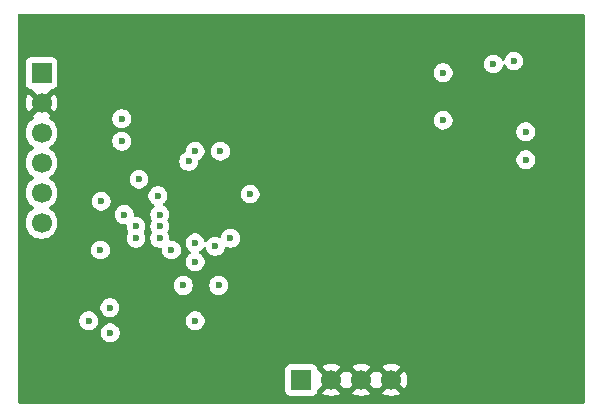
<source format=gbr>
%TF.GenerationSoftware,KiCad,Pcbnew,9.0.2*%
%TF.CreationDate,2025-07-03T13:44:50+05:30*%
%TF.ProjectId,Battery Charger and Protection,42617474-6572-4792-9043-686172676572,rev?*%
%TF.SameCoordinates,Original*%
%TF.FileFunction,Copper,L2,Inr*%
%TF.FilePolarity,Positive*%
%FSLAX46Y46*%
G04 Gerber Fmt 4.6, Leading zero omitted, Abs format (unit mm)*
G04 Created by KiCad (PCBNEW 9.0.2) date 2025-07-03 13:44:50*
%MOMM*%
%LPD*%
G01*
G04 APERTURE LIST*
%TA.AperFunction,ComponentPad*%
%ADD10R,1.700000X1.700000*%
%TD*%
%TA.AperFunction,ComponentPad*%
%ADD11C,1.700000*%
%TD*%
%TA.AperFunction,ViaPad*%
%ADD12C,0.600000*%
%TD*%
G04 APERTURE END LIST*
D10*
%TO.N,VCC*%
%TO.C,J2*%
X46000000Y-48000000D03*
D11*
%TO.N,GND*%
X46000000Y-50540000D03*
%TO.N,/SDA*%
X46000000Y-53080000D03*
%TO.N,/SCL*%
X46000000Y-55620000D03*
%TO.N,/INT*%
X46000000Y-58160000D03*
%TO.N,/CE*%
X46000000Y-60700000D03*
%TD*%
D10*
%TO.N,VCC*%
%TO.C,J6*%
X68000000Y-74000000D03*
D11*
%TO.N,GND*%
X70540000Y-74000000D03*
X73080000Y-74000000D03*
X75620000Y-74000000D03*
%TD*%
D12*
%TO.N,GND*%
X60210000Y-58110000D03*
X59410000Y-58910000D03*
X60270000Y-59720000D03*
X64000000Y-56000000D03*
X79000000Y-51000000D03*
X91000000Y-50000000D03*
X60980000Y-58110000D03*
X67729692Y-67609692D03*
X60990000Y-58920000D03*
X59460000Y-59710000D03*
X60220000Y-58920000D03*
X61040000Y-59720000D03*
X50000000Y-50000000D03*
X59400000Y-58100000D03*
X61000000Y-45000000D03*
X60000000Y-51000000D03*
%TO.N,VCC*%
X58465421Y-55487872D03*
X51790000Y-67880000D03*
X51810000Y-70020000D03*
X63655868Y-58261714D03*
%TO.N,/CE*%
X59000000Y-64000000D03*
X57000000Y-63000000D03*
X51046232Y-58857228D03*
%TO.N,/INT*%
X50000000Y-69000000D03*
%TO.N,/SDA*%
X56000000Y-62000000D03*
X53000000Y-60000000D03*
%TO.N,/SCL*%
X50992089Y-63000000D03*
X54000000Y-61000000D03*
X56000000Y-61000000D03*
%TO.N,/REGN*%
X58998442Y-54618753D03*
X61150016Y-54625784D03*
%TO.N,Net-(U2-COUT)*%
X80000000Y-48000000D03*
X80000000Y-52000000D03*
%TO.N,Net-(U2-V-)*%
X84254483Y-47254483D03*
X86000000Y-47000000D03*
%TO.N,Net-(Q1-Pad5)*%
X87000000Y-53000000D03*
X87010000Y-55370000D03*
%TO.N,Net-(D201-A)*%
X61000000Y-66000000D03*
X58000000Y-66000000D03*
%TO.N,Net-(D201-K)*%
X55857817Y-58410929D03*
X54000000Y-62000000D03*
%TO.N,Net-(U200-ILIM)*%
X54254683Y-56994525D03*
X60715634Y-62696097D03*
%TO.N,Net-(U200-TS)*%
X56000000Y-60000000D03*
X52785144Y-53785144D03*
X62000000Y-62000000D03*
X52785144Y-51893327D03*
%TO.N,Net-(U200-OTG)*%
X59000000Y-62400000D03*
X59000000Y-69000000D03*
%TD*%
%TA.AperFunction,Conductor*%
%TO.N,GND*%
G36*
X91943039Y-43019685D02*
G01*
X91988794Y-43072489D01*
X92000000Y-43124000D01*
X92000000Y-75876000D01*
X91980315Y-75943039D01*
X91927511Y-75988794D01*
X91876000Y-76000000D01*
X44124000Y-76000000D01*
X44056961Y-75980315D01*
X44011206Y-75927511D01*
X44000000Y-75876000D01*
X44000000Y-73102135D01*
X66649500Y-73102135D01*
X66649500Y-74897870D01*
X66649501Y-74897876D01*
X66655908Y-74957483D01*
X66706202Y-75092328D01*
X66706206Y-75092335D01*
X66792452Y-75207544D01*
X66792455Y-75207547D01*
X66907664Y-75293793D01*
X66907671Y-75293797D01*
X67042517Y-75344091D01*
X67042516Y-75344091D01*
X67049444Y-75344835D01*
X67102127Y-75350500D01*
X68897872Y-75350499D01*
X68957483Y-75344091D01*
X69092331Y-75293796D01*
X69207546Y-75207546D01*
X69293796Y-75092331D01*
X69344091Y-74957483D01*
X69350500Y-74897873D01*
X69350499Y-74873979D01*
X69353330Y-74860963D01*
X69363940Y-74841525D01*
X69370179Y-74820275D01*
X69386803Y-74799643D01*
X69386808Y-74799636D01*
X69386811Y-74799634D01*
X69386818Y-74799626D01*
X70057037Y-74129408D01*
X70074075Y-74192993D01*
X70139901Y-74307007D01*
X70232993Y-74400099D01*
X70347007Y-74465925D01*
X70410590Y-74482962D01*
X69778282Y-75115269D01*
X69778282Y-75115270D01*
X69832449Y-75154624D01*
X70021782Y-75251095D01*
X70223870Y-75316757D01*
X70433754Y-75350000D01*
X70646246Y-75350000D01*
X70856127Y-75316757D01*
X70856130Y-75316757D01*
X71058217Y-75251095D01*
X71247554Y-75154622D01*
X71301716Y-75115270D01*
X71301717Y-75115270D01*
X70669408Y-74482962D01*
X70732993Y-74465925D01*
X70847007Y-74400099D01*
X70940099Y-74307007D01*
X71005925Y-74192993D01*
X71022962Y-74129409D01*
X71655270Y-74761717D01*
X71655270Y-74761716D01*
X71694622Y-74707554D01*
X71699514Y-74697954D01*
X71747488Y-74647157D01*
X71815308Y-74630361D01*
X71881444Y-74652897D01*
X71920486Y-74697954D01*
X71925375Y-74707550D01*
X71964728Y-74761716D01*
X72597037Y-74129408D01*
X72614075Y-74192993D01*
X72679901Y-74307007D01*
X72772993Y-74400099D01*
X72887007Y-74465925D01*
X72950590Y-74482962D01*
X72318282Y-75115269D01*
X72318282Y-75115270D01*
X72372449Y-75154624D01*
X72561782Y-75251095D01*
X72763870Y-75316757D01*
X72973754Y-75350000D01*
X73186246Y-75350000D01*
X73396127Y-75316757D01*
X73396130Y-75316757D01*
X73598217Y-75251095D01*
X73787554Y-75154622D01*
X73841716Y-75115270D01*
X73841717Y-75115270D01*
X73209408Y-74482962D01*
X73272993Y-74465925D01*
X73387007Y-74400099D01*
X73480099Y-74307007D01*
X73545925Y-74192993D01*
X73562962Y-74129408D01*
X74195270Y-74761717D01*
X74195270Y-74761716D01*
X74234622Y-74707554D01*
X74239514Y-74697954D01*
X74287488Y-74647157D01*
X74355308Y-74630361D01*
X74421444Y-74652897D01*
X74460486Y-74697954D01*
X74465375Y-74707550D01*
X74504728Y-74761716D01*
X75137037Y-74129408D01*
X75154075Y-74192993D01*
X75219901Y-74307007D01*
X75312993Y-74400099D01*
X75427007Y-74465925D01*
X75490590Y-74482962D01*
X74858282Y-75115269D01*
X74858282Y-75115270D01*
X74912449Y-75154624D01*
X75101782Y-75251095D01*
X75303870Y-75316757D01*
X75513754Y-75350000D01*
X75726246Y-75350000D01*
X75936127Y-75316757D01*
X75936130Y-75316757D01*
X76138217Y-75251095D01*
X76327554Y-75154622D01*
X76381716Y-75115270D01*
X76381717Y-75115270D01*
X75749408Y-74482962D01*
X75812993Y-74465925D01*
X75927007Y-74400099D01*
X76020099Y-74307007D01*
X76085925Y-74192993D01*
X76102962Y-74129408D01*
X76735270Y-74761717D01*
X76735270Y-74761716D01*
X76774622Y-74707554D01*
X76871095Y-74518217D01*
X76936757Y-74316130D01*
X76936757Y-74316127D01*
X76970000Y-74106246D01*
X76970000Y-73893753D01*
X76936757Y-73683872D01*
X76936757Y-73683869D01*
X76871095Y-73481782D01*
X76774624Y-73292449D01*
X76735270Y-73238282D01*
X76735269Y-73238282D01*
X76102962Y-73870590D01*
X76085925Y-73807007D01*
X76020099Y-73692993D01*
X75927007Y-73599901D01*
X75812993Y-73534075D01*
X75749409Y-73517037D01*
X76381716Y-72884728D01*
X76327550Y-72845375D01*
X76138217Y-72748904D01*
X75936129Y-72683242D01*
X75726246Y-72650000D01*
X75513754Y-72650000D01*
X75303872Y-72683242D01*
X75303869Y-72683242D01*
X75101782Y-72748904D01*
X74912439Y-72845380D01*
X74858282Y-72884727D01*
X74858282Y-72884728D01*
X75490591Y-73517037D01*
X75427007Y-73534075D01*
X75312993Y-73599901D01*
X75219901Y-73692993D01*
X75154075Y-73807007D01*
X75137037Y-73870591D01*
X74504728Y-73238282D01*
X74504727Y-73238282D01*
X74465380Y-73292440D01*
X74460483Y-73302051D01*
X74412506Y-73352845D01*
X74344684Y-73369638D01*
X74278550Y-73347098D01*
X74239516Y-73302048D01*
X74234626Y-73292452D01*
X74195270Y-73238282D01*
X74195269Y-73238282D01*
X73562962Y-73870590D01*
X73545925Y-73807007D01*
X73480099Y-73692993D01*
X73387007Y-73599901D01*
X73272993Y-73534075D01*
X73209409Y-73517037D01*
X73841716Y-72884728D01*
X73787550Y-72845375D01*
X73598217Y-72748904D01*
X73396129Y-72683242D01*
X73186246Y-72650000D01*
X72973754Y-72650000D01*
X72763872Y-72683242D01*
X72763869Y-72683242D01*
X72561782Y-72748904D01*
X72372439Y-72845380D01*
X72318282Y-72884727D01*
X72318282Y-72884728D01*
X72950591Y-73517037D01*
X72887007Y-73534075D01*
X72772993Y-73599901D01*
X72679901Y-73692993D01*
X72614075Y-73807007D01*
X72597037Y-73870591D01*
X71964728Y-73238282D01*
X71964727Y-73238282D01*
X71925380Y-73292440D01*
X71920483Y-73302051D01*
X71872506Y-73352845D01*
X71804684Y-73369638D01*
X71738550Y-73347098D01*
X71699516Y-73302048D01*
X71694626Y-73292452D01*
X71655270Y-73238282D01*
X71655269Y-73238282D01*
X71022962Y-73870590D01*
X71005925Y-73807007D01*
X70940099Y-73692993D01*
X70847007Y-73599901D01*
X70732993Y-73534075D01*
X70669409Y-73517037D01*
X71301716Y-72884728D01*
X71247550Y-72845375D01*
X71058217Y-72748904D01*
X70856129Y-72683242D01*
X70646246Y-72650000D01*
X70433754Y-72650000D01*
X70223872Y-72683242D01*
X70223869Y-72683242D01*
X70021782Y-72748904D01*
X69832439Y-72845380D01*
X69778282Y-72884727D01*
X69778282Y-72884728D01*
X70410591Y-73517037D01*
X70347007Y-73534075D01*
X70232993Y-73599901D01*
X70139901Y-73692993D01*
X70074075Y-73807007D01*
X70057037Y-73870591D01*
X69386818Y-73200372D01*
X69353333Y-73139049D01*
X69353330Y-73139036D01*
X69350499Y-73126015D01*
X69350499Y-73102128D01*
X69344091Y-73042517D01*
X69315926Y-72967002D01*
X69293798Y-72907673D01*
X69293793Y-72907664D01*
X69207547Y-72792455D01*
X69207544Y-72792452D01*
X69092335Y-72706206D01*
X69092328Y-72706202D01*
X68957482Y-72655908D01*
X68957483Y-72655908D01*
X68897883Y-72649501D01*
X68897881Y-72649500D01*
X68897873Y-72649500D01*
X68897864Y-72649500D01*
X67102129Y-72649500D01*
X67102123Y-72649501D01*
X67042516Y-72655908D01*
X66907671Y-72706202D01*
X66907664Y-72706206D01*
X66792455Y-72792452D01*
X66792452Y-72792455D01*
X66706206Y-72907664D01*
X66706202Y-72907671D01*
X66655908Y-73042517D01*
X66649501Y-73102116D01*
X66649500Y-73102135D01*
X44000000Y-73102135D01*
X44000000Y-69941153D01*
X51009500Y-69941153D01*
X51009500Y-70098846D01*
X51040261Y-70253489D01*
X51040264Y-70253501D01*
X51100602Y-70399172D01*
X51100609Y-70399185D01*
X51188210Y-70530288D01*
X51188213Y-70530292D01*
X51299707Y-70641786D01*
X51299711Y-70641789D01*
X51430814Y-70729390D01*
X51430827Y-70729397D01*
X51576498Y-70789735D01*
X51576503Y-70789737D01*
X51731153Y-70820499D01*
X51731156Y-70820500D01*
X51731158Y-70820500D01*
X51888844Y-70820500D01*
X51888845Y-70820499D01*
X52043497Y-70789737D01*
X52189179Y-70729394D01*
X52320289Y-70641789D01*
X52431789Y-70530289D01*
X52519394Y-70399179D01*
X52579737Y-70253497D01*
X52610500Y-70098842D01*
X52610500Y-69941158D01*
X52610500Y-69941155D01*
X52610499Y-69941153D01*
X52579738Y-69786510D01*
X52579737Y-69786503D01*
X52547796Y-69709390D01*
X52519397Y-69640827D01*
X52519390Y-69640814D01*
X52431789Y-69509711D01*
X52431786Y-69509707D01*
X52320292Y-69398213D01*
X52320288Y-69398210D01*
X52189185Y-69310609D01*
X52189172Y-69310602D01*
X52043501Y-69250264D01*
X52043489Y-69250261D01*
X51888845Y-69219500D01*
X51888842Y-69219500D01*
X51731158Y-69219500D01*
X51731155Y-69219500D01*
X51576510Y-69250261D01*
X51576498Y-69250264D01*
X51430827Y-69310602D01*
X51430814Y-69310609D01*
X51299711Y-69398210D01*
X51299707Y-69398213D01*
X51188213Y-69509707D01*
X51188210Y-69509711D01*
X51100609Y-69640814D01*
X51100602Y-69640827D01*
X51040264Y-69786498D01*
X51040261Y-69786510D01*
X51009500Y-69941153D01*
X44000000Y-69941153D01*
X44000000Y-68921153D01*
X49199500Y-68921153D01*
X49199500Y-69078846D01*
X49230261Y-69233489D01*
X49230264Y-69233501D01*
X49290602Y-69379172D01*
X49290609Y-69379185D01*
X49378210Y-69510288D01*
X49378213Y-69510292D01*
X49489707Y-69621786D01*
X49489711Y-69621789D01*
X49620814Y-69709390D01*
X49620827Y-69709397D01*
X49766498Y-69769735D01*
X49766503Y-69769737D01*
X49921153Y-69800499D01*
X49921156Y-69800500D01*
X49921158Y-69800500D01*
X50078844Y-69800500D01*
X50078845Y-69800499D01*
X50233497Y-69769737D01*
X50379179Y-69709394D01*
X50510289Y-69621789D01*
X50621789Y-69510289D01*
X50709394Y-69379179D01*
X50769737Y-69233497D01*
X50800500Y-69078842D01*
X50800500Y-68921158D01*
X50800500Y-68921155D01*
X50800499Y-68921153D01*
X58199500Y-68921153D01*
X58199500Y-69078846D01*
X58230261Y-69233489D01*
X58230264Y-69233501D01*
X58290602Y-69379172D01*
X58290609Y-69379185D01*
X58378210Y-69510288D01*
X58378213Y-69510292D01*
X58489707Y-69621786D01*
X58489711Y-69621789D01*
X58620814Y-69709390D01*
X58620827Y-69709397D01*
X58766498Y-69769735D01*
X58766503Y-69769737D01*
X58921153Y-69800499D01*
X58921156Y-69800500D01*
X58921158Y-69800500D01*
X59078844Y-69800500D01*
X59078845Y-69800499D01*
X59233497Y-69769737D01*
X59379179Y-69709394D01*
X59510289Y-69621789D01*
X59621789Y-69510289D01*
X59709394Y-69379179D01*
X59769737Y-69233497D01*
X59800500Y-69078842D01*
X59800500Y-68921158D01*
X59800500Y-68921155D01*
X59800499Y-68921153D01*
X59769738Y-68766510D01*
X59769737Y-68766503D01*
X59734114Y-68680500D01*
X59709397Y-68620827D01*
X59709390Y-68620814D01*
X59621789Y-68489711D01*
X59621786Y-68489707D01*
X59510292Y-68378213D01*
X59510288Y-68378210D01*
X59379185Y-68290609D01*
X59379172Y-68290602D01*
X59233501Y-68230264D01*
X59233489Y-68230261D01*
X59078845Y-68199500D01*
X59078842Y-68199500D01*
X58921158Y-68199500D01*
X58921155Y-68199500D01*
X58766510Y-68230261D01*
X58766498Y-68230264D01*
X58620827Y-68290602D01*
X58620814Y-68290609D01*
X58489711Y-68378210D01*
X58489707Y-68378213D01*
X58378213Y-68489707D01*
X58378210Y-68489711D01*
X58290609Y-68620814D01*
X58290602Y-68620827D01*
X58230264Y-68766498D01*
X58230261Y-68766510D01*
X58199500Y-68921153D01*
X50800499Y-68921153D01*
X50769738Y-68766510D01*
X50769737Y-68766503D01*
X50734114Y-68680500D01*
X50709397Y-68620827D01*
X50709390Y-68620814D01*
X50621789Y-68489711D01*
X50621786Y-68489707D01*
X50510292Y-68378213D01*
X50510288Y-68378210D01*
X50379185Y-68290609D01*
X50379172Y-68290602D01*
X50233501Y-68230264D01*
X50233489Y-68230261D01*
X50078845Y-68199500D01*
X50078842Y-68199500D01*
X49921158Y-68199500D01*
X49921155Y-68199500D01*
X49766510Y-68230261D01*
X49766498Y-68230264D01*
X49620827Y-68290602D01*
X49620814Y-68290609D01*
X49489711Y-68378210D01*
X49489707Y-68378213D01*
X49378213Y-68489707D01*
X49378210Y-68489711D01*
X49290609Y-68620814D01*
X49290602Y-68620827D01*
X49230264Y-68766498D01*
X49230261Y-68766510D01*
X49199500Y-68921153D01*
X44000000Y-68921153D01*
X44000000Y-67801153D01*
X50989500Y-67801153D01*
X50989500Y-67958846D01*
X51020261Y-68113489D01*
X51020264Y-68113501D01*
X51080602Y-68259172D01*
X51080609Y-68259185D01*
X51168210Y-68390288D01*
X51168213Y-68390292D01*
X51279707Y-68501786D01*
X51279711Y-68501789D01*
X51410814Y-68589390D01*
X51410827Y-68589397D01*
X51556498Y-68649735D01*
X51556503Y-68649737D01*
X51711153Y-68680499D01*
X51711156Y-68680500D01*
X51711158Y-68680500D01*
X51868844Y-68680500D01*
X51868845Y-68680499D01*
X52023497Y-68649737D01*
X52169179Y-68589394D01*
X52300289Y-68501789D01*
X52411789Y-68390289D01*
X52499394Y-68259179D01*
X52559737Y-68113497D01*
X52590500Y-67958842D01*
X52590500Y-67801158D01*
X52590500Y-67801155D01*
X52590499Y-67801153D01*
X52559738Y-67646510D01*
X52559737Y-67646503D01*
X52559735Y-67646498D01*
X52499397Y-67500827D01*
X52499390Y-67500814D01*
X52411789Y-67369711D01*
X52411786Y-67369707D01*
X52300292Y-67258213D01*
X52300288Y-67258210D01*
X52169185Y-67170609D01*
X52169172Y-67170602D01*
X52023501Y-67110264D01*
X52023489Y-67110261D01*
X51868845Y-67079500D01*
X51868842Y-67079500D01*
X51711158Y-67079500D01*
X51711155Y-67079500D01*
X51556510Y-67110261D01*
X51556498Y-67110264D01*
X51410827Y-67170602D01*
X51410814Y-67170609D01*
X51279711Y-67258210D01*
X51279707Y-67258213D01*
X51168213Y-67369707D01*
X51168210Y-67369711D01*
X51080609Y-67500814D01*
X51080602Y-67500827D01*
X51020264Y-67646498D01*
X51020261Y-67646510D01*
X50989500Y-67801153D01*
X44000000Y-67801153D01*
X44000000Y-65921153D01*
X57199500Y-65921153D01*
X57199500Y-66078846D01*
X57230261Y-66233489D01*
X57230264Y-66233501D01*
X57290602Y-66379172D01*
X57290609Y-66379185D01*
X57378210Y-66510288D01*
X57378213Y-66510292D01*
X57489707Y-66621786D01*
X57489711Y-66621789D01*
X57620814Y-66709390D01*
X57620827Y-66709397D01*
X57766498Y-66769735D01*
X57766503Y-66769737D01*
X57921153Y-66800499D01*
X57921156Y-66800500D01*
X57921158Y-66800500D01*
X58078844Y-66800500D01*
X58078845Y-66800499D01*
X58233497Y-66769737D01*
X58379179Y-66709394D01*
X58510289Y-66621789D01*
X58621789Y-66510289D01*
X58709394Y-66379179D01*
X58769737Y-66233497D01*
X58800500Y-66078842D01*
X58800500Y-65921158D01*
X58800500Y-65921155D01*
X58800499Y-65921153D01*
X60199500Y-65921153D01*
X60199500Y-66078846D01*
X60230261Y-66233489D01*
X60230264Y-66233501D01*
X60290602Y-66379172D01*
X60290609Y-66379185D01*
X60378210Y-66510288D01*
X60378213Y-66510292D01*
X60489707Y-66621786D01*
X60489711Y-66621789D01*
X60620814Y-66709390D01*
X60620827Y-66709397D01*
X60766498Y-66769735D01*
X60766503Y-66769737D01*
X60921153Y-66800499D01*
X60921156Y-66800500D01*
X60921158Y-66800500D01*
X61078844Y-66800500D01*
X61078845Y-66800499D01*
X61233497Y-66769737D01*
X61379179Y-66709394D01*
X61510289Y-66621789D01*
X61621789Y-66510289D01*
X61709394Y-66379179D01*
X61769737Y-66233497D01*
X61800500Y-66078842D01*
X61800500Y-65921158D01*
X61800500Y-65921155D01*
X61800499Y-65921153D01*
X61769738Y-65766510D01*
X61769737Y-65766503D01*
X61769735Y-65766498D01*
X61709397Y-65620827D01*
X61709390Y-65620814D01*
X61621789Y-65489711D01*
X61621786Y-65489707D01*
X61510292Y-65378213D01*
X61510288Y-65378210D01*
X61379185Y-65290609D01*
X61379172Y-65290602D01*
X61233501Y-65230264D01*
X61233489Y-65230261D01*
X61078845Y-65199500D01*
X61078842Y-65199500D01*
X60921158Y-65199500D01*
X60921155Y-65199500D01*
X60766510Y-65230261D01*
X60766498Y-65230264D01*
X60620827Y-65290602D01*
X60620814Y-65290609D01*
X60489711Y-65378210D01*
X60489707Y-65378213D01*
X60378213Y-65489707D01*
X60378210Y-65489711D01*
X60290609Y-65620814D01*
X60290602Y-65620827D01*
X60230264Y-65766498D01*
X60230261Y-65766510D01*
X60199500Y-65921153D01*
X58800499Y-65921153D01*
X58769738Y-65766510D01*
X58769737Y-65766503D01*
X58769735Y-65766498D01*
X58709397Y-65620827D01*
X58709390Y-65620814D01*
X58621789Y-65489711D01*
X58621786Y-65489707D01*
X58510292Y-65378213D01*
X58510288Y-65378210D01*
X58379185Y-65290609D01*
X58379172Y-65290602D01*
X58233501Y-65230264D01*
X58233489Y-65230261D01*
X58078845Y-65199500D01*
X58078842Y-65199500D01*
X57921158Y-65199500D01*
X57921155Y-65199500D01*
X57766510Y-65230261D01*
X57766498Y-65230264D01*
X57620827Y-65290602D01*
X57620814Y-65290609D01*
X57489711Y-65378210D01*
X57489707Y-65378213D01*
X57378213Y-65489707D01*
X57378210Y-65489711D01*
X57290609Y-65620814D01*
X57290602Y-65620827D01*
X57230264Y-65766498D01*
X57230261Y-65766510D01*
X57199500Y-65921153D01*
X44000000Y-65921153D01*
X44000000Y-62921153D01*
X50191589Y-62921153D01*
X50191589Y-63078846D01*
X50222350Y-63233489D01*
X50222353Y-63233501D01*
X50282691Y-63379172D01*
X50282698Y-63379185D01*
X50370299Y-63510288D01*
X50370302Y-63510292D01*
X50481796Y-63621786D01*
X50481800Y-63621789D01*
X50612903Y-63709390D01*
X50612916Y-63709397D01*
X50750772Y-63766498D01*
X50758592Y-63769737D01*
X50913242Y-63800499D01*
X50913245Y-63800500D01*
X50913247Y-63800500D01*
X51070933Y-63800500D01*
X51070934Y-63800499D01*
X51225586Y-63769737D01*
X51371268Y-63709394D01*
X51502378Y-63621789D01*
X51613878Y-63510289D01*
X51701483Y-63379179D01*
X51761826Y-63233497D01*
X51792589Y-63078842D01*
X51792589Y-62921158D01*
X51792589Y-62921155D01*
X51792588Y-62921153D01*
X51790427Y-62910288D01*
X51761826Y-62766503D01*
X51746609Y-62729766D01*
X51701486Y-62620827D01*
X51701479Y-62620814D01*
X51613878Y-62489711D01*
X51613875Y-62489707D01*
X51502381Y-62378213D01*
X51502377Y-62378210D01*
X51371274Y-62290609D01*
X51371261Y-62290602D01*
X51225590Y-62230264D01*
X51225578Y-62230261D01*
X51070934Y-62199500D01*
X51070931Y-62199500D01*
X50913247Y-62199500D01*
X50913244Y-62199500D01*
X50758599Y-62230261D01*
X50758587Y-62230264D01*
X50612916Y-62290602D01*
X50612903Y-62290609D01*
X50481800Y-62378210D01*
X50481796Y-62378213D01*
X50370302Y-62489707D01*
X50370299Y-62489711D01*
X50282698Y-62620814D01*
X50282691Y-62620827D01*
X50222353Y-62766498D01*
X50222350Y-62766510D01*
X50191589Y-62921153D01*
X44000000Y-62921153D01*
X44000000Y-47102135D01*
X44649500Y-47102135D01*
X44649500Y-48897870D01*
X44649501Y-48897876D01*
X44655908Y-48957483D01*
X44706202Y-49092328D01*
X44706206Y-49092335D01*
X44792452Y-49207544D01*
X44792455Y-49207547D01*
X44907664Y-49293793D01*
X44907671Y-49293797D01*
X44952618Y-49310561D01*
X45042517Y-49344091D01*
X45102127Y-49350500D01*
X45112685Y-49350499D01*
X45179723Y-49370179D01*
X45200372Y-49386818D01*
X45870591Y-50057037D01*
X45807007Y-50074075D01*
X45692993Y-50139901D01*
X45599901Y-50232993D01*
X45534075Y-50347007D01*
X45517037Y-50410591D01*
X44884728Y-49778282D01*
X44884727Y-49778282D01*
X44845380Y-49832439D01*
X44748904Y-50021782D01*
X44683242Y-50223869D01*
X44683242Y-50223872D01*
X44650000Y-50433753D01*
X44650000Y-50646246D01*
X44683242Y-50856127D01*
X44683242Y-50856130D01*
X44748904Y-51058217D01*
X44845375Y-51247550D01*
X44884728Y-51301716D01*
X45517037Y-50669408D01*
X45534075Y-50732993D01*
X45599901Y-50847007D01*
X45692993Y-50940099D01*
X45807007Y-51005925D01*
X45870590Y-51022962D01*
X45238282Y-51655269D01*
X45238282Y-51655270D01*
X45292452Y-51694626D01*
X45292451Y-51694626D01*
X45301495Y-51699234D01*
X45352292Y-51747208D01*
X45369087Y-51815029D01*
X45346550Y-51881164D01*
X45301499Y-51920202D01*
X45292182Y-51924949D01*
X45120213Y-52049890D01*
X44969890Y-52200213D01*
X44844951Y-52372179D01*
X44748444Y-52561585D01*
X44682753Y-52763760D01*
X44676934Y-52800500D01*
X44649500Y-52973713D01*
X44649500Y-53186287D01*
X44682754Y-53396243D01*
X44733250Y-53551654D01*
X44748444Y-53598414D01*
X44844951Y-53787820D01*
X44969890Y-53959786D01*
X45120213Y-54110109D01*
X45292182Y-54235050D01*
X45300946Y-54239516D01*
X45351742Y-54287491D01*
X45368536Y-54355312D01*
X45345998Y-54421447D01*
X45300946Y-54460484D01*
X45292182Y-54464949D01*
X45120213Y-54589890D01*
X44969890Y-54740213D01*
X44844951Y-54912179D01*
X44748444Y-55101585D01*
X44748443Y-55101587D01*
X44748443Y-55101588D01*
X44739523Y-55129041D01*
X44682753Y-55303760D01*
X44649500Y-55513713D01*
X44649500Y-55726286D01*
X44673891Y-55880289D01*
X44682754Y-55936243D01*
X44739101Y-56109661D01*
X44748444Y-56138414D01*
X44844951Y-56327820D01*
X44969890Y-56499786D01*
X45120213Y-56650109D01*
X45292182Y-56775050D01*
X45300946Y-56779516D01*
X45351742Y-56827491D01*
X45368536Y-56895312D01*
X45345998Y-56961447D01*
X45300946Y-57000484D01*
X45292182Y-57004949D01*
X45120213Y-57129890D01*
X44969890Y-57280213D01*
X44844951Y-57452179D01*
X44748444Y-57641585D01*
X44682753Y-57843760D01*
X44653539Y-58028212D01*
X44649500Y-58053713D01*
X44649500Y-58266287D01*
X44682754Y-58476243D01*
X44737400Y-58644426D01*
X44748444Y-58678414D01*
X44844951Y-58867820D01*
X44969890Y-59039786D01*
X45120213Y-59190109D01*
X45292182Y-59315050D01*
X45300946Y-59319516D01*
X45351742Y-59367491D01*
X45368536Y-59435312D01*
X45345998Y-59501447D01*
X45300946Y-59540484D01*
X45292182Y-59544949D01*
X45120213Y-59669890D01*
X44969890Y-59820213D01*
X44844951Y-59992179D01*
X44748444Y-60181585D01*
X44682753Y-60383760D01*
X44654021Y-60565167D01*
X44649500Y-60593713D01*
X44649500Y-60806287D01*
X44682754Y-61016243D01*
X44703094Y-61078844D01*
X44748444Y-61218414D01*
X44844951Y-61407820D01*
X44969890Y-61579786D01*
X45120213Y-61730109D01*
X45292179Y-61855048D01*
X45292181Y-61855049D01*
X45292184Y-61855051D01*
X45481588Y-61951557D01*
X45683757Y-62017246D01*
X45893713Y-62050500D01*
X45893714Y-62050500D01*
X46106286Y-62050500D01*
X46106287Y-62050500D01*
X46316243Y-62017246D01*
X46518412Y-61951557D01*
X46707816Y-61855051D01*
X46729789Y-61839086D01*
X46879786Y-61730109D01*
X46879788Y-61730106D01*
X46879792Y-61730104D01*
X47030104Y-61579792D01*
X47030106Y-61579788D01*
X47030109Y-61579786D01*
X47155048Y-61407820D01*
X47155047Y-61407820D01*
X47155051Y-61407816D01*
X47251557Y-61218412D01*
X47317246Y-61016243D01*
X47350500Y-60806287D01*
X47350500Y-60593713D01*
X47317246Y-60383757D01*
X47251557Y-60181588D01*
X47155051Y-59992184D01*
X47155047Y-59992179D01*
X47151977Y-59987953D01*
X47103444Y-59921153D01*
X52199500Y-59921153D01*
X52199500Y-60078846D01*
X52230261Y-60233489D01*
X52230264Y-60233501D01*
X52290602Y-60379172D01*
X52290609Y-60379185D01*
X52378210Y-60510288D01*
X52378213Y-60510292D01*
X52489707Y-60621786D01*
X52489711Y-60621789D01*
X52620814Y-60709390D01*
X52620827Y-60709397D01*
X52758683Y-60766498D01*
X52766503Y-60769737D01*
X52921153Y-60800499D01*
X52921156Y-60800500D01*
X53075500Y-60800500D01*
X53142539Y-60820185D01*
X53188294Y-60872989D01*
X53199500Y-60924500D01*
X53199500Y-61078846D01*
X53230261Y-61233489D01*
X53230264Y-61233501D01*
X53290602Y-61379172D01*
X53290609Y-61379185D01*
X53325304Y-61431109D01*
X53346182Y-61497786D01*
X53327698Y-61565167D01*
X53325304Y-61568891D01*
X53290609Y-61620814D01*
X53290602Y-61620827D01*
X53230264Y-61766498D01*
X53230261Y-61766510D01*
X53199500Y-61921153D01*
X53199500Y-62078846D01*
X53230261Y-62233489D01*
X53230264Y-62233501D01*
X53290602Y-62379172D01*
X53290609Y-62379185D01*
X53378210Y-62510288D01*
X53378213Y-62510292D01*
X53489707Y-62621786D01*
X53489711Y-62621789D01*
X53620814Y-62709390D01*
X53620827Y-62709397D01*
X53758647Y-62766483D01*
X53766503Y-62769737D01*
X53921153Y-62800499D01*
X53921156Y-62800500D01*
X53921158Y-62800500D01*
X54078844Y-62800500D01*
X54078845Y-62800499D01*
X54233497Y-62769737D01*
X54379179Y-62709394D01*
X54510289Y-62621789D01*
X54621789Y-62510289D01*
X54709394Y-62379179D01*
X54769737Y-62233497D01*
X54800500Y-62078842D01*
X54800500Y-61921158D01*
X54800500Y-61921155D01*
X54800499Y-61921153D01*
X54769737Y-61766503D01*
X54738298Y-61690602D01*
X54709396Y-61620825D01*
X54709394Y-61620822D01*
X54709394Y-61620821D01*
X54674694Y-61568889D01*
X54653816Y-61502215D01*
X54672300Y-61434835D01*
X54674676Y-61431136D01*
X54709394Y-61379179D01*
X54769737Y-61233497D01*
X54800500Y-61078842D01*
X54800500Y-60921158D01*
X54800500Y-60921155D01*
X54800499Y-60921153D01*
X54769737Y-60766503D01*
X54709794Y-60621786D01*
X54709397Y-60620827D01*
X54709390Y-60620814D01*
X54621789Y-60489711D01*
X54621786Y-60489707D01*
X54510292Y-60378213D01*
X54510288Y-60378210D01*
X54379185Y-60290609D01*
X54379172Y-60290602D01*
X54233501Y-60230264D01*
X54233489Y-60230261D01*
X54078845Y-60199500D01*
X54078842Y-60199500D01*
X53924500Y-60199500D01*
X53857461Y-60179815D01*
X53811706Y-60127011D01*
X53800500Y-60075500D01*
X53800500Y-59921155D01*
X53800499Y-59921153D01*
X53769737Y-59766503D01*
X53769735Y-59766498D01*
X53709397Y-59620827D01*
X53709390Y-59620814D01*
X53621789Y-59489711D01*
X53621786Y-59489707D01*
X53510292Y-59378213D01*
X53510288Y-59378210D01*
X53379185Y-59290609D01*
X53379172Y-59290602D01*
X53233501Y-59230264D01*
X53233489Y-59230261D01*
X53078845Y-59199500D01*
X53078842Y-59199500D01*
X52921158Y-59199500D01*
X52921155Y-59199500D01*
X52766510Y-59230261D01*
X52766498Y-59230264D01*
X52620827Y-59290602D01*
X52620814Y-59290609D01*
X52489711Y-59378210D01*
X52489707Y-59378213D01*
X52378213Y-59489707D01*
X52378210Y-59489711D01*
X52290609Y-59620814D01*
X52290602Y-59620827D01*
X52230264Y-59766498D01*
X52230261Y-59766510D01*
X52199500Y-59921153D01*
X47103444Y-59921153D01*
X47030104Y-59820208D01*
X46879792Y-59669896D01*
X46879786Y-59669890D01*
X46707820Y-59544951D01*
X46707115Y-59544591D01*
X46699054Y-59540485D01*
X46648259Y-59492512D01*
X46631463Y-59424692D01*
X46653999Y-59358556D01*
X46699054Y-59319515D01*
X46707816Y-59315051D01*
X46759000Y-59277864D01*
X46879786Y-59190109D01*
X46879788Y-59190106D01*
X46879792Y-59190104D01*
X47030104Y-59039792D01*
X47030106Y-59039788D01*
X47030109Y-59039786D01*
X47116253Y-58921217D01*
X47155051Y-58867816D01*
X47200620Y-58778381D01*
X50245732Y-58778381D01*
X50245732Y-58936074D01*
X50276493Y-59090717D01*
X50276496Y-59090729D01*
X50336834Y-59236400D01*
X50336841Y-59236413D01*
X50424442Y-59367516D01*
X50424445Y-59367520D01*
X50535939Y-59479014D01*
X50535943Y-59479017D01*
X50667046Y-59566618D01*
X50667059Y-59566625D01*
X50797885Y-59620814D01*
X50812735Y-59626965D01*
X50967385Y-59657727D01*
X50967388Y-59657728D01*
X50967390Y-59657728D01*
X51125076Y-59657728D01*
X51125077Y-59657727D01*
X51279729Y-59626965D01*
X51425411Y-59566622D01*
X51556521Y-59479017D01*
X51668021Y-59367517D01*
X51755626Y-59236407D01*
X51756614Y-59234023D01*
X51774805Y-59190104D01*
X51815969Y-59090725D01*
X51846732Y-58936070D01*
X51846732Y-58778386D01*
X51846732Y-58778383D01*
X51846731Y-58778381D01*
X51820086Y-58644430D01*
X51815969Y-58623731D01*
X51815967Y-58623726D01*
X51755629Y-58478055D01*
X51755622Y-58478042D01*
X51700059Y-58394886D01*
X51668021Y-58346939D01*
X51668018Y-58346935D01*
X51653165Y-58332082D01*
X55057317Y-58332082D01*
X55057317Y-58489775D01*
X55088078Y-58644418D01*
X55088081Y-58644430D01*
X55148419Y-58790101D01*
X55148426Y-58790114D01*
X55236027Y-58921217D01*
X55236030Y-58921221D01*
X55347524Y-59032715D01*
X55347528Y-59032718D01*
X55478631Y-59120319D01*
X55478635Y-59120321D01*
X55478638Y-59120323D01*
X55509400Y-59133065D01*
X55563803Y-59176903D01*
X55585870Y-59243197D01*
X55568592Y-59310897D01*
X55530841Y-59350727D01*
X55489714Y-59378208D01*
X55489707Y-59378213D01*
X55378213Y-59489707D01*
X55378210Y-59489711D01*
X55290609Y-59620814D01*
X55290602Y-59620827D01*
X55230264Y-59766498D01*
X55230261Y-59766510D01*
X55199500Y-59921153D01*
X55199500Y-60078846D01*
X55230261Y-60233489D01*
X55230264Y-60233501D01*
X55290602Y-60379172D01*
X55290609Y-60379185D01*
X55325304Y-60431109D01*
X55346182Y-60497786D01*
X55327698Y-60565167D01*
X55325304Y-60568891D01*
X55290609Y-60620814D01*
X55290602Y-60620827D01*
X55230264Y-60766498D01*
X55230261Y-60766510D01*
X55199500Y-60921153D01*
X55199500Y-61078846D01*
X55230261Y-61233489D01*
X55230264Y-61233501D01*
X55290602Y-61379172D01*
X55290609Y-61379185D01*
X55325304Y-61431109D01*
X55346182Y-61497786D01*
X55327698Y-61565167D01*
X55325304Y-61568891D01*
X55290609Y-61620814D01*
X55290602Y-61620827D01*
X55230264Y-61766498D01*
X55230261Y-61766510D01*
X55199500Y-61921153D01*
X55199500Y-62078846D01*
X55230261Y-62233489D01*
X55230264Y-62233501D01*
X55290602Y-62379172D01*
X55290609Y-62379185D01*
X55378210Y-62510288D01*
X55378213Y-62510292D01*
X55489707Y-62621786D01*
X55489711Y-62621789D01*
X55620814Y-62709390D01*
X55620827Y-62709397D01*
X55758647Y-62766483D01*
X55766503Y-62769737D01*
X55921153Y-62800499D01*
X55921156Y-62800500D01*
X56075500Y-62800500D01*
X56142539Y-62820185D01*
X56188294Y-62872989D01*
X56199500Y-62924500D01*
X56199500Y-63078846D01*
X56230261Y-63233489D01*
X56230264Y-63233501D01*
X56290602Y-63379172D01*
X56290609Y-63379185D01*
X56378210Y-63510288D01*
X56378213Y-63510292D01*
X56489707Y-63621786D01*
X56489711Y-63621789D01*
X56620814Y-63709390D01*
X56620827Y-63709397D01*
X56758683Y-63766498D01*
X56766503Y-63769737D01*
X56921153Y-63800499D01*
X56921156Y-63800500D01*
X56921158Y-63800500D01*
X57078844Y-63800500D01*
X57078845Y-63800499D01*
X57233497Y-63769737D01*
X57379179Y-63709394D01*
X57510289Y-63621789D01*
X57621789Y-63510289D01*
X57709394Y-63379179D01*
X57769737Y-63233497D01*
X57800500Y-63078842D01*
X57800500Y-62921158D01*
X57800500Y-62921155D01*
X57800499Y-62921153D01*
X57798338Y-62910288D01*
X57769737Y-62766503D01*
X57754520Y-62729766D01*
X57709397Y-62620827D01*
X57709390Y-62620814D01*
X57621789Y-62489711D01*
X57621786Y-62489707D01*
X57510292Y-62378213D01*
X57510288Y-62378210D01*
X57424897Y-62321153D01*
X58199500Y-62321153D01*
X58199500Y-62478846D01*
X58230261Y-62633489D01*
X58230264Y-62633501D01*
X58290602Y-62779172D01*
X58290609Y-62779185D01*
X58378210Y-62910288D01*
X58378213Y-62910292D01*
X58489707Y-63021786D01*
X58489711Y-63021789D01*
X58602118Y-63096898D01*
X58646923Y-63150510D01*
X58655630Y-63219835D01*
X58625475Y-63282863D01*
X58602118Y-63303102D01*
X58489711Y-63378210D01*
X58489707Y-63378213D01*
X58378213Y-63489707D01*
X58378210Y-63489711D01*
X58290609Y-63620814D01*
X58290602Y-63620827D01*
X58230264Y-63766498D01*
X58230261Y-63766510D01*
X58199500Y-63921153D01*
X58199500Y-64078846D01*
X58230261Y-64233489D01*
X58230264Y-64233501D01*
X58290602Y-64379172D01*
X58290609Y-64379185D01*
X58378210Y-64510288D01*
X58378213Y-64510292D01*
X58489707Y-64621786D01*
X58489711Y-64621789D01*
X58620814Y-64709390D01*
X58620827Y-64709397D01*
X58766498Y-64769735D01*
X58766503Y-64769737D01*
X58921153Y-64800499D01*
X58921156Y-64800500D01*
X58921158Y-64800500D01*
X59078844Y-64800500D01*
X59078845Y-64800499D01*
X59233497Y-64769737D01*
X59379179Y-64709394D01*
X59510289Y-64621789D01*
X59621789Y-64510289D01*
X59709394Y-64379179D01*
X59769737Y-64233497D01*
X59800500Y-64078842D01*
X59800500Y-63921158D01*
X59800500Y-63921155D01*
X59800499Y-63921153D01*
X59769738Y-63766510D01*
X59769737Y-63766503D01*
X59709794Y-63621786D01*
X59709397Y-63620827D01*
X59709390Y-63620814D01*
X59621789Y-63489711D01*
X59621786Y-63489707D01*
X59510292Y-63378213D01*
X59510288Y-63378210D01*
X59397881Y-63303102D01*
X59353076Y-63249490D01*
X59344369Y-63180165D01*
X59374523Y-63117137D01*
X59397881Y-63096898D01*
X59431981Y-63074112D01*
X59510289Y-63021789D01*
X59621789Y-62910289D01*
X59695148Y-62800500D01*
X59702270Y-62789841D01*
X59755882Y-62745036D01*
X59825207Y-62736329D01*
X59888234Y-62766483D01*
X59924954Y-62825926D01*
X59926989Y-62834540D01*
X59945895Y-62929588D01*
X59945898Y-62929598D01*
X60006236Y-63075269D01*
X60006243Y-63075282D01*
X60093844Y-63206385D01*
X60093847Y-63206389D01*
X60205341Y-63317883D01*
X60205345Y-63317886D01*
X60336448Y-63405487D01*
X60336461Y-63405494D01*
X60482132Y-63465832D01*
X60482137Y-63465834D01*
X60602154Y-63489707D01*
X60636787Y-63496596D01*
X60636790Y-63496597D01*
X60636792Y-63496597D01*
X60794478Y-63496597D01*
X60794479Y-63496596D01*
X60949131Y-63465834D01*
X61094813Y-63405491D01*
X61225923Y-63317886D01*
X61337423Y-63206386D01*
X61425028Y-63075276D01*
X61485371Y-62929594D01*
X61506671Y-62822511D01*
X61539055Y-62760601D01*
X61599771Y-62726027D01*
X61669540Y-62729766D01*
X61675726Y-62732136D01*
X61766503Y-62769737D01*
X61921153Y-62800499D01*
X61921156Y-62800500D01*
X61921158Y-62800500D01*
X62078844Y-62800500D01*
X62078845Y-62800499D01*
X62233497Y-62769737D01*
X62379179Y-62709394D01*
X62510289Y-62621789D01*
X62621789Y-62510289D01*
X62709394Y-62379179D01*
X62769737Y-62233497D01*
X62800500Y-62078842D01*
X62800500Y-61921158D01*
X62800500Y-61921155D01*
X62800499Y-61921153D01*
X62769737Y-61766503D01*
X62738298Y-61690602D01*
X62709397Y-61620827D01*
X62709390Y-61620814D01*
X62621789Y-61489711D01*
X62621786Y-61489707D01*
X62510292Y-61378213D01*
X62510288Y-61378210D01*
X62379185Y-61290609D01*
X62379172Y-61290602D01*
X62233501Y-61230264D01*
X62233489Y-61230261D01*
X62078845Y-61199500D01*
X62078842Y-61199500D01*
X61921158Y-61199500D01*
X61921155Y-61199500D01*
X61766510Y-61230261D01*
X61766498Y-61230264D01*
X61620827Y-61290602D01*
X61620814Y-61290609D01*
X61489711Y-61378210D01*
X61489707Y-61378213D01*
X61378213Y-61489707D01*
X61378210Y-61489711D01*
X61290609Y-61620814D01*
X61290602Y-61620827D01*
X61230264Y-61766498D01*
X61230261Y-61766508D01*
X61208962Y-61873585D01*
X61176577Y-61935496D01*
X61115861Y-61970070D01*
X61046091Y-61966329D01*
X61039893Y-61963954D01*
X60949135Y-61926361D01*
X60949123Y-61926358D01*
X60794479Y-61895597D01*
X60794476Y-61895597D01*
X60636792Y-61895597D01*
X60636789Y-61895597D01*
X60482144Y-61926358D01*
X60482132Y-61926361D01*
X60336461Y-61986699D01*
X60336448Y-61986706D01*
X60205345Y-62074307D01*
X60205341Y-62074310D01*
X60093847Y-62185804D01*
X60013363Y-62306256D01*
X59959750Y-62351060D01*
X59890425Y-62359767D01*
X59827398Y-62329612D01*
X59790679Y-62270169D01*
X59788644Y-62261555D01*
X59782260Y-62229459D01*
X59769737Y-62166503D01*
X59731549Y-62074308D01*
X59709397Y-62020827D01*
X59709390Y-62020814D01*
X59621789Y-61889711D01*
X59621786Y-61889707D01*
X59510292Y-61778213D01*
X59510288Y-61778210D01*
X59379185Y-61690609D01*
X59379172Y-61690602D01*
X59233501Y-61630264D01*
X59233489Y-61630261D01*
X59078845Y-61599500D01*
X59078842Y-61599500D01*
X58921158Y-61599500D01*
X58921155Y-61599500D01*
X58766510Y-61630261D01*
X58766498Y-61630264D01*
X58620827Y-61690602D01*
X58620814Y-61690609D01*
X58489711Y-61778210D01*
X58489707Y-61778213D01*
X58378213Y-61889707D01*
X58378210Y-61889711D01*
X58290609Y-62020814D01*
X58290602Y-62020827D01*
X58230264Y-62166498D01*
X58230261Y-62166510D01*
X58199500Y-62321153D01*
X57424897Y-62321153D01*
X57379185Y-62290609D01*
X57379172Y-62290602D01*
X57233501Y-62230264D01*
X57233489Y-62230261D01*
X57078845Y-62199500D01*
X57078842Y-62199500D01*
X56924500Y-62199500D01*
X56857461Y-62179815D01*
X56811706Y-62127011D01*
X56800500Y-62075500D01*
X56800500Y-61921155D01*
X56800499Y-61921153D01*
X56769737Y-61766503D01*
X56738298Y-61690602D01*
X56709396Y-61620825D01*
X56709394Y-61620822D01*
X56709394Y-61620821D01*
X56674694Y-61568889D01*
X56653816Y-61502215D01*
X56672300Y-61434835D01*
X56674676Y-61431136D01*
X56709394Y-61379179D01*
X56769737Y-61233497D01*
X56800500Y-61078842D01*
X56800500Y-60921158D01*
X56800500Y-60921155D01*
X56800499Y-60921153D01*
X56769737Y-60766503D01*
X56709794Y-60621786D01*
X56709396Y-60620825D01*
X56709394Y-60620822D01*
X56709394Y-60620821D01*
X56674694Y-60568889D01*
X56653816Y-60502215D01*
X56672300Y-60434835D01*
X56674676Y-60431136D01*
X56709394Y-60379179D01*
X56769737Y-60233497D01*
X56800500Y-60078842D01*
X56800500Y-59921158D01*
X56800500Y-59921155D01*
X56800499Y-59921153D01*
X56769737Y-59766503D01*
X56769735Y-59766498D01*
X56709397Y-59620827D01*
X56709390Y-59620814D01*
X56621789Y-59489711D01*
X56621786Y-59489707D01*
X56510292Y-59378213D01*
X56510288Y-59378210D01*
X56379185Y-59290609D01*
X56379178Y-59290605D01*
X56360016Y-59282668D01*
X56348415Y-59277863D01*
X56294012Y-59234023D01*
X56271946Y-59167729D01*
X56289225Y-59100030D01*
X56326975Y-59060200D01*
X56368106Y-59032718D01*
X56479606Y-58921218D01*
X56567211Y-58790108D01*
X56572069Y-58778381D01*
X56597908Y-58715999D01*
X56627554Y-58644426D01*
X56658317Y-58489771D01*
X56658317Y-58332087D01*
X56658317Y-58332084D01*
X56658316Y-58332082D01*
X56632237Y-58200971D01*
X56628635Y-58182867D01*
X62855368Y-58182867D01*
X62855368Y-58340560D01*
X62886129Y-58495203D01*
X62886132Y-58495215D01*
X62946470Y-58640886D01*
X62946477Y-58640899D01*
X63034078Y-58772002D01*
X63034081Y-58772006D01*
X63145575Y-58883500D01*
X63145579Y-58883503D01*
X63276682Y-58971104D01*
X63276695Y-58971111D01*
X63422366Y-59031449D01*
X63422371Y-59031451D01*
X63566896Y-59060199D01*
X63577021Y-59062213D01*
X63577024Y-59062214D01*
X63577026Y-59062214D01*
X63734712Y-59062214D01*
X63734713Y-59062213D01*
X63889365Y-59031451D01*
X64035047Y-58971108D01*
X64166157Y-58883503D01*
X64277657Y-58772003D01*
X64365262Y-58640893D01*
X64425605Y-58495211D01*
X64456368Y-58340556D01*
X64456368Y-58182872D01*
X64456368Y-58182869D01*
X64456367Y-58182867D01*
X64449398Y-58147830D01*
X64425605Y-58028217D01*
X64425603Y-58028212D01*
X64365265Y-57882541D01*
X64365258Y-57882528D01*
X64277657Y-57751425D01*
X64277654Y-57751421D01*
X64166160Y-57639927D01*
X64166156Y-57639924D01*
X64035053Y-57552323D01*
X64035040Y-57552316D01*
X63889369Y-57491978D01*
X63889357Y-57491975D01*
X63734713Y-57461214D01*
X63734710Y-57461214D01*
X63577026Y-57461214D01*
X63577023Y-57461214D01*
X63422378Y-57491975D01*
X63422366Y-57491978D01*
X63276695Y-57552316D01*
X63276682Y-57552323D01*
X63145579Y-57639924D01*
X63145575Y-57639927D01*
X63034081Y-57751421D01*
X63034078Y-57751425D01*
X62946477Y-57882528D01*
X62946470Y-57882541D01*
X62886132Y-58028212D01*
X62886129Y-58028224D01*
X62855368Y-58182867D01*
X56628635Y-58182867D01*
X56627555Y-58177437D01*
X56627554Y-58177436D01*
X56627554Y-58177432D01*
X56627552Y-58177427D01*
X56567214Y-58031756D01*
X56567207Y-58031743D01*
X56479606Y-57900640D01*
X56479603Y-57900636D01*
X56368109Y-57789142D01*
X56368105Y-57789139D01*
X56237002Y-57701538D01*
X56236989Y-57701531D01*
X56091318Y-57641193D01*
X56091306Y-57641190D01*
X55936662Y-57610429D01*
X55936659Y-57610429D01*
X55778975Y-57610429D01*
X55778972Y-57610429D01*
X55624327Y-57641190D01*
X55624315Y-57641193D01*
X55478644Y-57701531D01*
X55478631Y-57701538D01*
X55347528Y-57789139D01*
X55347524Y-57789142D01*
X55236030Y-57900636D01*
X55236027Y-57900640D01*
X55148426Y-58031743D01*
X55148419Y-58031756D01*
X55088081Y-58177427D01*
X55088078Y-58177439D01*
X55057317Y-58332082D01*
X51653165Y-58332082D01*
X51556524Y-58235441D01*
X51556520Y-58235438D01*
X51425417Y-58147837D01*
X51425404Y-58147830D01*
X51279733Y-58087492D01*
X51279721Y-58087489D01*
X51125077Y-58056728D01*
X51125074Y-58056728D01*
X50967390Y-58056728D01*
X50967387Y-58056728D01*
X50812742Y-58087489D01*
X50812730Y-58087492D01*
X50667059Y-58147830D01*
X50667046Y-58147837D01*
X50535943Y-58235438D01*
X50535939Y-58235441D01*
X50424445Y-58346935D01*
X50424442Y-58346939D01*
X50336841Y-58478042D01*
X50336834Y-58478055D01*
X50276496Y-58623726D01*
X50276493Y-58623738D01*
X50245732Y-58778381D01*
X47200620Y-58778381D01*
X47212737Y-58754599D01*
X47232406Y-58715999D01*
X47232407Y-58715997D01*
X47251554Y-58678417D01*
X47251557Y-58678412D01*
X47317246Y-58476243D01*
X47350500Y-58266287D01*
X47350500Y-58053713D01*
X47317246Y-57843757D01*
X47251557Y-57641588D01*
X47155051Y-57452184D01*
X47155049Y-57452181D01*
X47155048Y-57452179D01*
X47030109Y-57280213D01*
X46879790Y-57129894D01*
X46879785Y-57129890D01*
X46718735Y-57012881D01*
X46718725Y-57012875D01*
X46707816Y-57004949D01*
X46694873Y-56998354D01*
X46690868Y-56995916D01*
X46670387Y-56973410D01*
X46648259Y-56952512D01*
X46647096Y-56947816D01*
X46643842Y-56944241D01*
X46639023Y-56915678D01*
X53454183Y-56915678D01*
X53454183Y-57073371D01*
X53484944Y-57228014D01*
X53484947Y-57228026D01*
X53545285Y-57373697D01*
X53545292Y-57373710D01*
X53632893Y-57504813D01*
X53632896Y-57504817D01*
X53744390Y-57616311D01*
X53744394Y-57616314D01*
X53875497Y-57703915D01*
X53875510Y-57703922D01*
X54021181Y-57764260D01*
X54021186Y-57764262D01*
X54175836Y-57795024D01*
X54175839Y-57795025D01*
X54175841Y-57795025D01*
X54333527Y-57795025D01*
X54333528Y-57795024D01*
X54488180Y-57764262D01*
X54633862Y-57703919D01*
X54764972Y-57616314D01*
X54876472Y-57504814D01*
X54964077Y-57373704D01*
X55024420Y-57228022D01*
X55055183Y-57073367D01*
X55055183Y-56915683D01*
X55055183Y-56915680D01*
X55055182Y-56915678D01*
X55032579Y-56802045D01*
X55024420Y-56761028D01*
X55024418Y-56761023D01*
X54964080Y-56615352D01*
X54964073Y-56615339D01*
X54876472Y-56484236D01*
X54876469Y-56484232D01*
X54764975Y-56372738D01*
X54764971Y-56372735D01*
X54633868Y-56285134D01*
X54633855Y-56285127D01*
X54488184Y-56224789D01*
X54488172Y-56224786D01*
X54333528Y-56194025D01*
X54333525Y-56194025D01*
X54175841Y-56194025D01*
X54175838Y-56194025D01*
X54021193Y-56224786D01*
X54021181Y-56224789D01*
X53875510Y-56285127D01*
X53875497Y-56285134D01*
X53744394Y-56372735D01*
X53744390Y-56372738D01*
X53632896Y-56484232D01*
X53632893Y-56484236D01*
X53545292Y-56615339D01*
X53545285Y-56615352D01*
X53484947Y-56761023D01*
X53484944Y-56761035D01*
X53454183Y-56915678D01*
X46639023Y-56915678D01*
X46638779Y-56914234D01*
X46631463Y-56884692D01*
X46633022Y-56880114D01*
X46632218Y-56875345D01*
X46644182Y-56847363D01*
X46653999Y-56818556D01*
X46657973Y-56815112D01*
X46659688Y-56811102D01*
X46673053Y-56802045D01*
X46699054Y-56779515D01*
X46707816Y-56775051D01*
X46729789Y-56759086D01*
X46879786Y-56650109D01*
X46879788Y-56650106D01*
X46879792Y-56650104D01*
X47030104Y-56499792D01*
X47030106Y-56499788D01*
X47030109Y-56499786D01*
X47155048Y-56327820D01*
X47155047Y-56327820D01*
X47155051Y-56327816D01*
X47251557Y-56138412D01*
X47317246Y-55936243D01*
X47350500Y-55726287D01*
X47350500Y-55513713D01*
X47333919Y-55409025D01*
X57664921Y-55409025D01*
X57664921Y-55566718D01*
X57695682Y-55721361D01*
X57695685Y-55721373D01*
X57756023Y-55867044D01*
X57756030Y-55867057D01*
X57843631Y-55998160D01*
X57843634Y-55998164D01*
X57955128Y-56109658D01*
X57955132Y-56109661D01*
X58086235Y-56197262D01*
X58086248Y-56197269D01*
X58231919Y-56257607D01*
X58231924Y-56257609D01*
X58370286Y-56285131D01*
X58386574Y-56288371D01*
X58386577Y-56288372D01*
X58386579Y-56288372D01*
X58544265Y-56288372D01*
X58544266Y-56288371D01*
X58698918Y-56257609D01*
X58844600Y-56197266D01*
X58975710Y-56109661D01*
X59087210Y-55998161D01*
X59174815Y-55867051D01*
X59235158Y-55721369D01*
X59265921Y-55566714D01*
X59265921Y-55457268D01*
X59285606Y-55390229D01*
X59338410Y-55344474D01*
X59342434Y-55342721D01*
X59377621Y-55328147D01*
X59508731Y-55240542D01*
X59620231Y-55129042D01*
X59707836Y-54997932D01*
X59710782Y-54990821D01*
X59762449Y-54866083D01*
X59768179Y-54852250D01*
X59798942Y-54697595D01*
X59798942Y-54546937D01*
X60349516Y-54546937D01*
X60349516Y-54704630D01*
X60380277Y-54859273D01*
X60380280Y-54859285D01*
X60440618Y-55004956D01*
X60440625Y-55004969D01*
X60528226Y-55136072D01*
X60528229Y-55136076D01*
X60639723Y-55247570D01*
X60639727Y-55247573D01*
X60770830Y-55335174D01*
X60770843Y-55335181D01*
X60871923Y-55377049D01*
X60916519Y-55395521D01*
X61051326Y-55422336D01*
X61071169Y-55426283D01*
X61071172Y-55426284D01*
X61071174Y-55426284D01*
X61228860Y-55426284D01*
X61228861Y-55426283D01*
X61383513Y-55395521D01*
X61529195Y-55335178D01*
X61595083Y-55291153D01*
X86209500Y-55291153D01*
X86209500Y-55448846D01*
X86240261Y-55603489D01*
X86240264Y-55603501D01*
X86300602Y-55749172D01*
X86300609Y-55749185D01*
X86388210Y-55880288D01*
X86388213Y-55880292D01*
X86499707Y-55991786D01*
X86499711Y-55991789D01*
X86630814Y-56079390D01*
X86630827Y-56079397D01*
X86773304Y-56138412D01*
X86776503Y-56139737D01*
X86931153Y-56170499D01*
X86931156Y-56170500D01*
X86931158Y-56170500D01*
X87088844Y-56170500D01*
X87088845Y-56170499D01*
X87243497Y-56139737D01*
X87389179Y-56079394D01*
X87520289Y-55991789D01*
X87631789Y-55880289D01*
X87719394Y-55749179D01*
X87779737Y-55603497D01*
X87810500Y-55448842D01*
X87810500Y-55291158D01*
X87810500Y-55291155D01*
X87810499Y-55291153D01*
X87779738Y-55136510D01*
X87779737Y-55136503D01*
X87779559Y-55136073D01*
X87719397Y-54990827D01*
X87719390Y-54990814D01*
X87631789Y-54859711D01*
X87631786Y-54859707D01*
X87520292Y-54748213D01*
X87520288Y-54748210D01*
X87389185Y-54660609D01*
X87389172Y-54660602D01*
X87243501Y-54600264D01*
X87243489Y-54600261D01*
X87088845Y-54569500D01*
X87088842Y-54569500D01*
X86931158Y-54569500D01*
X86931155Y-54569500D01*
X86776510Y-54600261D01*
X86776498Y-54600264D01*
X86630827Y-54660602D01*
X86630814Y-54660609D01*
X86499711Y-54748210D01*
X86499707Y-54748213D01*
X86388213Y-54859707D01*
X86388210Y-54859711D01*
X86300609Y-54990814D01*
X86300602Y-54990827D01*
X86240264Y-55136498D01*
X86240261Y-55136510D01*
X86209500Y-55291153D01*
X61595083Y-55291153D01*
X61660305Y-55247573D01*
X61667336Y-55240542D01*
X61710494Y-55197385D01*
X61771802Y-55136076D01*
X61771805Y-55136073D01*
X61859410Y-55004963D01*
X61919753Y-54859281D01*
X61950516Y-54704626D01*
X61950516Y-54546942D01*
X61950516Y-54546939D01*
X61950515Y-54546937D01*
X61934206Y-54464949D01*
X61919753Y-54392287D01*
X61894598Y-54331557D01*
X61859413Y-54246611D01*
X61859406Y-54246598D01*
X61771805Y-54115495D01*
X61771802Y-54115491D01*
X61660308Y-54003997D01*
X61660304Y-54003994D01*
X61529201Y-53916393D01*
X61529188Y-53916386D01*
X61383517Y-53856048D01*
X61383505Y-53856045D01*
X61228861Y-53825284D01*
X61228858Y-53825284D01*
X61071174Y-53825284D01*
X61071171Y-53825284D01*
X60916526Y-53856045D01*
X60916514Y-53856048D01*
X60770843Y-53916386D01*
X60770830Y-53916393D01*
X60639727Y-54003994D01*
X60639723Y-54003997D01*
X60528229Y-54115491D01*
X60528226Y-54115495D01*
X60440625Y-54246598D01*
X60440618Y-54246611D01*
X60380280Y-54392282D01*
X60380277Y-54392294D01*
X60349516Y-54546937D01*
X59798942Y-54546937D01*
X59798942Y-54539911D01*
X59798942Y-54539908D01*
X59798941Y-54539906D01*
X59775378Y-54421447D01*
X59768179Y-54385256D01*
X59751377Y-54344692D01*
X59707839Y-54239580D01*
X59707832Y-54239567D01*
X59620231Y-54108464D01*
X59620228Y-54108460D01*
X59508734Y-53996966D01*
X59508730Y-53996963D01*
X59377627Y-53909362D01*
X59377614Y-53909355D01*
X59231943Y-53849017D01*
X59231931Y-53849014D01*
X59077287Y-53818253D01*
X59077284Y-53818253D01*
X58919600Y-53818253D01*
X58919597Y-53818253D01*
X58764952Y-53849014D01*
X58764940Y-53849017D01*
X58619269Y-53909355D01*
X58619256Y-53909362D01*
X58488153Y-53996963D01*
X58488149Y-53996966D01*
X58376655Y-54108460D01*
X58376652Y-54108464D01*
X58289051Y-54239567D01*
X58289044Y-54239580D01*
X58228706Y-54385251D01*
X58228703Y-54385263D01*
X58197942Y-54539906D01*
X58197942Y-54649355D01*
X58178257Y-54716394D01*
X58125453Y-54762149D01*
X58121397Y-54763915D01*
X58086247Y-54778475D01*
X58086235Y-54778481D01*
X57955132Y-54866082D01*
X57955128Y-54866085D01*
X57843634Y-54977579D01*
X57843631Y-54977583D01*
X57756030Y-55108686D01*
X57756023Y-55108699D01*
X57695685Y-55254370D01*
X57695682Y-55254382D01*
X57664921Y-55409025D01*
X47333919Y-55409025D01*
X47317246Y-55303757D01*
X47251557Y-55101588D01*
X47155051Y-54912184D01*
X47155049Y-54912181D01*
X47155048Y-54912179D01*
X47030109Y-54740213D01*
X46879786Y-54589890D01*
X46707820Y-54464951D01*
X46707115Y-54464591D01*
X46699054Y-54460485D01*
X46648259Y-54412512D01*
X46631463Y-54344692D01*
X46653999Y-54278556D01*
X46699054Y-54239515D01*
X46707816Y-54235051D01*
X46729789Y-54219086D01*
X46879786Y-54110109D01*
X46879788Y-54110106D01*
X46879792Y-54110104D01*
X47030104Y-53959792D01*
X47030106Y-53959788D01*
X47030109Y-53959786D01*
X47155048Y-53787820D01*
X47155047Y-53787820D01*
X47155051Y-53787816D01*
X47196587Y-53706297D01*
X51984644Y-53706297D01*
X51984644Y-53863990D01*
X52015405Y-54018633D01*
X52015408Y-54018645D01*
X52075746Y-54164316D01*
X52075753Y-54164329D01*
X52163354Y-54295432D01*
X52163357Y-54295436D01*
X52274851Y-54406930D01*
X52274855Y-54406933D01*
X52405958Y-54494534D01*
X52405971Y-54494541D01*
X52515506Y-54539911D01*
X52551647Y-54554881D01*
X52706297Y-54585643D01*
X52706300Y-54585644D01*
X52706302Y-54585644D01*
X52863988Y-54585644D01*
X52863989Y-54585643D01*
X53018641Y-54554881D01*
X53164323Y-54494538D01*
X53295433Y-54406933D01*
X53406933Y-54295433D01*
X53494538Y-54164323D01*
X53554881Y-54018641D01*
X53585644Y-53863986D01*
X53585644Y-53706302D01*
X53585644Y-53706299D01*
X53585643Y-53706297D01*
X53568833Y-53621789D01*
X53554881Y-53551647D01*
X53554879Y-53551642D01*
X53494541Y-53405971D01*
X53494534Y-53405958D01*
X53406933Y-53274855D01*
X53406930Y-53274851D01*
X53295436Y-53163357D01*
X53295432Y-53163354D01*
X53164329Y-53075753D01*
X53164316Y-53075746D01*
X53018645Y-53015408D01*
X53018633Y-53015405D01*
X52863989Y-52984644D01*
X52863986Y-52984644D01*
X52706302Y-52984644D01*
X52706299Y-52984644D01*
X52551654Y-53015405D01*
X52551642Y-53015408D01*
X52405971Y-53075746D01*
X52405958Y-53075753D01*
X52274855Y-53163354D01*
X52274851Y-53163357D01*
X52163357Y-53274851D01*
X52163354Y-53274855D01*
X52075753Y-53405958D01*
X52075746Y-53405971D01*
X52015408Y-53551642D01*
X52015405Y-53551654D01*
X51984644Y-53706297D01*
X47196587Y-53706297D01*
X47251557Y-53598412D01*
X47317246Y-53396243D01*
X47350500Y-53186287D01*
X47350500Y-52973713D01*
X47342175Y-52921153D01*
X86199500Y-52921153D01*
X86199500Y-53078846D01*
X86230261Y-53233489D01*
X86230264Y-53233501D01*
X86290602Y-53379172D01*
X86290609Y-53379185D01*
X86378210Y-53510288D01*
X86378213Y-53510292D01*
X86489707Y-53621786D01*
X86489711Y-53621789D01*
X86620814Y-53709390D01*
X86620827Y-53709397D01*
X86766498Y-53769735D01*
X86766503Y-53769737D01*
X86921153Y-53800499D01*
X86921156Y-53800500D01*
X86921158Y-53800500D01*
X87078844Y-53800500D01*
X87078845Y-53800499D01*
X87233497Y-53769737D01*
X87379179Y-53709394D01*
X87510289Y-53621789D01*
X87621789Y-53510289D01*
X87709394Y-53379179D01*
X87769737Y-53233497D01*
X87800500Y-53078842D01*
X87800500Y-52921158D01*
X87800500Y-52921155D01*
X87800499Y-52921153D01*
X87769738Y-52766510D01*
X87769737Y-52766503D01*
X87739634Y-52693827D01*
X87709397Y-52620827D01*
X87709390Y-52620814D01*
X87621789Y-52489711D01*
X87621786Y-52489707D01*
X87510292Y-52378213D01*
X87510288Y-52378210D01*
X87379185Y-52290609D01*
X87379172Y-52290602D01*
X87233501Y-52230264D01*
X87233489Y-52230261D01*
X87078845Y-52199500D01*
X87078842Y-52199500D01*
X86921158Y-52199500D01*
X86921155Y-52199500D01*
X86766510Y-52230261D01*
X86766498Y-52230264D01*
X86620827Y-52290602D01*
X86620814Y-52290609D01*
X86489711Y-52378210D01*
X86489707Y-52378213D01*
X86378213Y-52489707D01*
X86378210Y-52489711D01*
X86290609Y-52620814D01*
X86290602Y-52620827D01*
X86230264Y-52766498D01*
X86230261Y-52766510D01*
X86199500Y-52921153D01*
X47342175Y-52921153D01*
X47317246Y-52763757D01*
X47251557Y-52561588D01*
X47155051Y-52372184D01*
X47155049Y-52372181D01*
X47155048Y-52372179D01*
X47030109Y-52200213D01*
X46879786Y-52049890D01*
X46707817Y-51924949D01*
X46698504Y-51920204D01*
X46690659Y-51912795D01*
X46690362Y-51912708D01*
X46689438Y-51911642D01*
X46689346Y-51911555D01*
X46677674Y-51906817D01*
X46664425Y-51888019D01*
X46647707Y-51872230D01*
X46644678Y-51860001D01*
X46644622Y-51859921D01*
X46644607Y-51859904D01*
X46644606Y-51859898D01*
X46637423Y-51849707D01*
X46636440Y-51826733D01*
X46633406Y-51814480D01*
X51984644Y-51814480D01*
X51984644Y-51972173D01*
X52015405Y-52126816D01*
X52015408Y-52126828D01*
X52075746Y-52272499D01*
X52075753Y-52272512D01*
X52163354Y-52403615D01*
X52163357Y-52403619D01*
X52274851Y-52515113D01*
X52274855Y-52515116D01*
X52405958Y-52602717D01*
X52405971Y-52602724D01*
X52551642Y-52663062D01*
X52551647Y-52663064D01*
X52706297Y-52693826D01*
X52706300Y-52693827D01*
X52706302Y-52693827D01*
X52863988Y-52693827D01*
X52863989Y-52693826D01*
X53018641Y-52663064D01*
X53164323Y-52602721D01*
X53295433Y-52515116D01*
X53406933Y-52403616D01*
X53494538Y-52272506D01*
X53554881Y-52126824D01*
X53585644Y-51972169D01*
X53585644Y-51921153D01*
X79199500Y-51921153D01*
X79199500Y-52078846D01*
X79230261Y-52233489D01*
X79230264Y-52233501D01*
X79290602Y-52379172D01*
X79290609Y-52379185D01*
X79378210Y-52510288D01*
X79378213Y-52510292D01*
X79489707Y-52621786D01*
X79489711Y-52621789D01*
X79620814Y-52709390D01*
X79620827Y-52709397D01*
X79752066Y-52763757D01*
X79766503Y-52769737D01*
X79921153Y-52800499D01*
X79921156Y-52800500D01*
X79921158Y-52800500D01*
X80078844Y-52800500D01*
X80078845Y-52800499D01*
X80089179Y-52798443D01*
X80114287Y-52793450D01*
X80114292Y-52793449D01*
X80199800Y-52776439D01*
X80233497Y-52769737D01*
X80379179Y-52709394D01*
X80510289Y-52621789D01*
X80621789Y-52510289D01*
X80709394Y-52379179D01*
X80712294Y-52372179D01*
X80723067Y-52346166D01*
X80769737Y-52233497D01*
X80800500Y-52078842D01*
X80800500Y-51921158D01*
X80800500Y-51921155D01*
X80800499Y-51921153D01*
X80792545Y-51881164D01*
X80769737Y-51766503D01*
X80753453Y-51727190D01*
X80709397Y-51620827D01*
X80709390Y-51620814D01*
X80621789Y-51489711D01*
X80621786Y-51489707D01*
X80510292Y-51378213D01*
X80510288Y-51378210D01*
X80379185Y-51290609D01*
X80379172Y-51290602D01*
X80233501Y-51230264D01*
X80233489Y-51230261D01*
X80078845Y-51199500D01*
X80078842Y-51199500D01*
X79921158Y-51199500D01*
X79921155Y-51199500D01*
X79766510Y-51230261D01*
X79766498Y-51230264D01*
X79620827Y-51290602D01*
X79620814Y-51290609D01*
X79489711Y-51378210D01*
X79489707Y-51378213D01*
X79378213Y-51489707D01*
X79378210Y-51489711D01*
X79290609Y-51620814D01*
X79290602Y-51620827D01*
X79230264Y-51766498D01*
X79230261Y-51766510D01*
X79199500Y-51921153D01*
X53585644Y-51921153D01*
X53585644Y-51814485D01*
X53585644Y-51814482D01*
X53585643Y-51814480D01*
X53572262Y-51747208D01*
X53554881Y-51659830D01*
X53538720Y-51620814D01*
X53494541Y-51514154D01*
X53494534Y-51514141D01*
X53406933Y-51383038D01*
X53406930Y-51383034D01*
X53295436Y-51271540D01*
X53295432Y-51271537D01*
X53164329Y-51183936D01*
X53164316Y-51183929D01*
X53018645Y-51123591D01*
X53018633Y-51123588D01*
X52863989Y-51092827D01*
X52863986Y-51092827D01*
X52706302Y-51092827D01*
X52706299Y-51092827D01*
X52551654Y-51123588D01*
X52551642Y-51123591D01*
X52405971Y-51183929D01*
X52405958Y-51183936D01*
X52274855Y-51271537D01*
X52274851Y-51271540D01*
X52163357Y-51383034D01*
X52163354Y-51383038D01*
X52075753Y-51514141D01*
X52075746Y-51514154D01*
X52015408Y-51659825D01*
X52015405Y-51659837D01*
X51984644Y-51814480D01*
X46633406Y-51814480D01*
X46630912Y-51804409D01*
X46634931Y-51792613D01*
X46634663Y-51790746D01*
X46634880Y-51790269D01*
X46634437Y-51779901D01*
X46646031Y-51760041D01*
X46653449Y-51738274D01*
X46662015Y-51730851D01*
X46663688Y-51727190D01*
X46666491Y-51724996D01*
X46669664Y-51719562D01*
X46698513Y-51699229D01*
X46701116Y-51697903D01*
X46707554Y-51694622D01*
X46761716Y-51655270D01*
X46761717Y-51655270D01*
X46129408Y-51022962D01*
X46192993Y-51005925D01*
X46307007Y-50940099D01*
X46400099Y-50847007D01*
X46465925Y-50732993D01*
X46482962Y-50669409D01*
X47115270Y-51301717D01*
X47115270Y-51301716D01*
X47154622Y-51247554D01*
X47251095Y-51058217D01*
X47316757Y-50856130D01*
X47316757Y-50856127D01*
X47350000Y-50646246D01*
X47350000Y-50433753D01*
X47316757Y-50223872D01*
X47316757Y-50223869D01*
X47251095Y-50021782D01*
X47154624Y-49832449D01*
X47115270Y-49778282D01*
X47115269Y-49778282D01*
X46482962Y-50410590D01*
X46465925Y-50347007D01*
X46400099Y-50232993D01*
X46307007Y-50139901D01*
X46192993Y-50074075D01*
X46129409Y-50057037D01*
X46799627Y-49386818D01*
X46860950Y-49353333D01*
X46887307Y-49350499D01*
X46897872Y-49350499D01*
X46957483Y-49344091D01*
X47092331Y-49293796D01*
X47207546Y-49207546D01*
X47293796Y-49092331D01*
X47344091Y-48957483D01*
X47350500Y-48897873D01*
X47350499Y-47921153D01*
X79199500Y-47921153D01*
X79199500Y-48078846D01*
X79230261Y-48233489D01*
X79230264Y-48233501D01*
X79290602Y-48379172D01*
X79290609Y-48379185D01*
X79378210Y-48510288D01*
X79378213Y-48510292D01*
X79489707Y-48621786D01*
X79489711Y-48621789D01*
X79620814Y-48709390D01*
X79620827Y-48709397D01*
X79766498Y-48769735D01*
X79766503Y-48769737D01*
X79921153Y-48800499D01*
X79921156Y-48800500D01*
X79921158Y-48800500D01*
X80078844Y-48800500D01*
X80078845Y-48800499D01*
X80233497Y-48769737D01*
X80379179Y-48709394D01*
X80510289Y-48621789D01*
X80621789Y-48510289D01*
X80709394Y-48379179D01*
X80769737Y-48233497D01*
X80800500Y-48078842D01*
X80800500Y-47921158D01*
X80800500Y-47921155D01*
X80800499Y-47921153D01*
X80769737Y-47766503D01*
X80746080Y-47709390D01*
X80709397Y-47620827D01*
X80709390Y-47620814D01*
X80621789Y-47489711D01*
X80621786Y-47489707D01*
X80510292Y-47378213D01*
X80510288Y-47378210D01*
X80379185Y-47290609D01*
X80379178Y-47290605D01*
X80364290Y-47284439D01*
X80363497Y-47284110D01*
X80363496Y-47284109D01*
X80233501Y-47230264D01*
X80233489Y-47230261D01*
X80078845Y-47199500D01*
X80078842Y-47199500D01*
X79921158Y-47199500D01*
X79921155Y-47199500D01*
X79766510Y-47230261D01*
X79766498Y-47230264D01*
X79620827Y-47290602D01*
X79620814Y-47290609D01*
X79489711Y-47378210D01*
X79489707Y-47378213D01*
X79378213Y-47489707D01*
X79378210Y-47489711D01*
X79290609Y-47620814D01*
X79290602Y-47620827D01*
X79230264Y-47766498D01*
X79230261Y-47766510D01*
X79199500Y-47921153D01*
X47350499Y-47921153D01*
X47350499Y-47175636D01*
X83453983Y-47175636D01*
X83453983Y-47333329D01*
X83484744Y-47487972D01*
X83484747Y-47487984D01*
X83545085Y-47633655D01*
X83545092Y-47633668D01*
X83632693Y-47764771D01*
X83632696Y-47764775D01*
X83744190Y-47876269D01*
X83744194Y-47876272D01*
X83875297Y-47963873D01*
X83875310Y-47963880D01*
X84020981Y-48024218D01*
X84020986Y-48024220D01*
X84175636Y-48054982D01*
X84175639Y-48054983D01*
X84175641Y-48054983D01*
X84333327Y-48054983D01*
X84333328Y-48054982D01*
X84487980Y-48024220D01*
X84633662Y-47963877D01*
X84764772Y-47876272D01*
X84876272Y-47764772D01*
X84963877Y-47633662D01*
X85024220Y-47487980D01*
X85045515Y-47380924D01*
X85077900Y-47319013D01*
X85138615Y-47284439D01*
X85208385Y-47288178D01*
X85265057Y-47329044D01*
X85281693Y-47357662D01*
X85290604Y-47379175D01*
X85290609Y-47379185D01*
X85378210Y-47510288D01*
X85378213Y-47510292D01*
X85489707Y-47621786D01*
X85489711Y-47621789D01*
X85620814Y-47709390D01*
X85620827Y-47709397D01*
X85758683Y-47766498D01*
X85766503Y-47769737D01*
X85921153Y-47800499D01*
X85921156Y-47800500D01*
X85921158Y-47800500D01*
X86078844Y-47800500D01*
X86078845Y-47800499D01*
X86233497Y-47769737D01*
X86379179Y-47709394D01*
X86510289Y-47621789D01*
X86621789Y-47510289D01*
X86709394Y-47379179D01*
X86769737Y-47233497D01*
X86800500Y-47078842D01*
X86800500Y-46921158D01*
X86800500Y-46921155D01*
X86800499Y-46921153D01*
X86791379Y-46875304D01*
X86769737Y-46766503D01*
X86769735Y-46766498D01*
X86709397Y-46620827D01*
X86709390Y-46620814D01*
X86621789Y-46489711D01*
X86621786Y-46489707D01*
X86510292Y-46378213D01*
X86510288Y-46378210D01*
X86379185Y-46290609D01*
X86379172Y-46290602D01*
X86233501Y-46230264D01*
X86233489Y-46230261D01*
X86078845Y-46199500D01*
X86078842Y-46199500D01*
X85921158Y-46199500D01*
X85921155Y-46199500D01*
X85766510Y-46230261D01*
X85766498Y-46230264D01*
X85620827Y-46290602D01*
X85620814Y-46290609D01*
X85489711Y-46378210D01*
X85489707Y-46378213D01*
X85378213Y-46489707D01*
X85378210Y-46489711D01*
X85290609Y-46620814D01*
X85290602Y-46620827D01*
X85230264Y-46766498D01*
X85230261Y-46766508D01*
X85208967Y-46873559D01*
X85176582Y-46935470D01*
X85115866Y-46970044D01*
X85046096Y-46966303D01*
X84989424Y-46925437D01*
X84972788Y-46896818D01*
X84963877Y-46875304D01*
X84963873Y-46875297D01*
X84876272Y-46744194D01*
X84876269Y-46744190D01*
X84764775Y-46632696D01*
X84764771Y-46632693D01*
X84633668Y-46545092D01*
X84633655Y-46545085D01*
X84487984Y-46484747D01*
X84487972Y-46484744D01*
X84333328Y-46453983D01*
X84333325Y-46453983D01*
X84175641Y-46453983D01*
X84175638Y-46453983D01*
X84020993Y-46484744D01*
X84020981Y-46484747D01*
X83875310Y-46545085D01*
X83875297Y-46545092D01*
X83744194Y-46632693D01*
X83744190Y-46632696D01*
X83632696Y-46744190D01*
X83632693Y-46744194D01*
X83545092Y-46875297D01*
X83545085Y-46875310D01*
X83484747Y-47020981D01*
X83484744Y-47020993D01*
X83453983Y-47175636D01*
X47350499Y-47175636D01*
X47350499Y-47102128D01*
X47344091Y-47042517D01*
X47336060Y-47020986D01*
X47293797Y-46907671D01*
X47293793Y-46907664D01*
X47207547Y-46792455D01*
X47207544Y-46792452D01*
X47092335Y-46706206D01*
X47092328Y-46706202D01*
X46957482Y-46655908D01*
X46957483Y-46655908D01*
X46897883Y-46649501D01*
X46897881Y-46649500D01*
X46897873Y-46649500D01*
X46897864Y-46649500D01*
X45102129Y-46649500D01*
X45102123Y-46649501D01*
X45042516Y-46655908D01*
X44907671Y-46706202D01*
X44907664Y-46706206D01*
X44792455Y-46792452D01*
X44792452Y-46792455D01*
X44706206Y-46907664D01*
X44706202Y-46907671D01*
X44655908Y-47042517D01*
X44652003Y-47078842D01*
X44649501Y-47102123D01*
X44649500Y-47102135D01*
X44000000Y-47102135D01*
X44000000Y-43124000D01*
X44019685Y-43056961D01*
X44072489Y-43011206D01*
X44124000Y-43000000D01*
X91876000Y-43000000D01*
X91943039Y-43019685D01*
G37*
%TD.AperFunction*%
%TD*%
M02*

</source>
